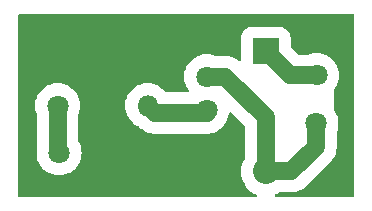
<source format=gbr>
%TF.GenerationSoftware,KiCad,Pcbnew,8.0.7*%
%TF.CreationDate,2024-12-28T19:58:12-05:00*%
%TF.ProjectId,vibration_motor_circuit,76696272-6174-4696-9f6e-5f6d6f746f72,rev?*%
%TF.SameCoordinates,Original*%
%TF.FileFunction,Copper,L1,Top*%
%TF.FilePolarity,Positive*%
%FSLAX46Y46*%
G04 Gerber Fmt 4.6, Leading zero omitted, Abs format (unit mm)*
G04 Created by KiCad (PCBNEW 8.0.7) date 2024-12-28 19:58:12*
%MOMM*%
%LPD*%
G01*
G04 APERTURE LIST*
%TA.AperFunction,ComponentPad*%
%ADD10C,1.800000*%
%TD*%
%TA.AperFunction,ComponentPad*%
%ADD11R,2.200000X2.200000*%
%TD*%
%TA.AperFunction,ComponentPad*%
%ADD12O,2.200000X2.200000*%
%TD*%
%TA.AperFunction,ComponentPad*%
%ADD13O,1.800000X1.800000*%
%TD*%
%TA.AperFunction,Conductor*%
%ADD14C,1.500000*%
%TD*%
G04 APERTURE END LIST*
D10*
%TO.P,J1,1,Pin_1*%
%TO.N,Net-(D1-A)*%
X135000000Y-83250000D03*
%TO.P,J1,2,Pin_2*%
%TO.N,+3V3*%
X135050000Y-79200000D03*
%TD*%
D11*
%TO.P,D1,1,K*%
%TO.N,+3V3*%
X130750000Y-77170000D03*
D12*
%TO.P,D1,2,A*%
%TO.N,Net-(D1-A)*%
X130750000Y-87330000D03*
%TD*%
D10*
%TO.P,R1,1*%
%TO.N,Net-(J2-Pin_1)*%
X113130000Y-81750000D03*
D13*
%TO.P,R1,2*%
%TO.N,Net-(Q1-B)*%
X120750000Y-81750000D03*
%TD*%
D10*
%TO.P,Q1,1,E*%
%TO.N,GND*%
X125750000Y-85300000D03*
%TO.P,Q1,2,B*%
%TO.N,Net-(Q1-B)*%
X125750000Y-82150000D03*
%TO.P,Q1,3,C*%
%TO.N,Net-(D1-A)*%
X125750000Y-79300000D03*
%TD*%
%TO.P,J2,1,Pin_1*%
%TO.N,Net-(J2-Pin_1)*%
X113250000Y-85750000D03*
%TO.P,J2,3,Pin_3*%
%TO.N,GND*%
X117250000Y-85750000D03*
%TD*%
D14*
%TO.N,Net-(J2-Pin_1)*%
X113130000Y-85630000D02*
X113250000Y-85750000D01*
X113130000Y-81750000D02*
X113130000Y-85630000D01*
%TO.N,Net-(Q1-B)*%
X121380000Y-82380000D02*
X120750000Y-81750000D01*
X125750000Y-82380000D02*
X121380000Y-82380000D01*
%TO.N,Net-(D1-A)*%
X130750000Y-87330000D02*
X132920000Y-87330000D01*
X132920000Y-87330000D02*
X135000000Y-85250000D01*
X125750000Y-79300000D02*
X127300000Y-79300000D01*
X130750000Y-82750000D02*
X130750000Y-87330000D01*
X127300000Y-79300000D02*
X130750000Y-82750000D01*
X135000000Y-85250000D02*
X135000000Y-83250000D01*
%TO.N,+3V3*%
X135050000Y-79200000D02*
X132780000Y-79200000D01*
X130580000Y-77000000D02*
X130750000Y-77170000D01*
X132780000Y-79200000D02*
X130750000Y-77170000D01*
%TD*%
%TA.AperFunction,Conductor*%
%TO.N,GND*%
G36*
X138192539Y-74020185D02*
G01*
X138238294Y-74072989D01*
X138249500Y-74124500D01*
X138249500Y-89375500D01*
X138229815Y-89442539D01*
X138177011Y-89488294D01*
X138125500Y-89499500D01*
X131624357Y-89499500D01*
X131557318Y-89479815D01*
X131511563Y-89427011D01*
X131501619Y-89357853D01*
X131530644Y-89294297D01*
X131574955Y-89261766D01*
X131718623Y-89199362D01*
X131884399Y-89098552D01*
X131948827Y-89080500D01*
X133034727Y-89080500D01*
X133034734Y-89080500D01*
X133235771Y-89054032D01*
X133235772Y-89054032D01*
X133262229Y-89050550D01*
X133262234Y-89050548D01*
X133262239Y-89050548D01*
X133483887Y-88991158D01*
X133655927Y-88919896D01*
X133695879Y-88903348D01*
X133695880Y-88903347D01*
X133695888Y-88903344D01*
X133755879Y-88868708D01*
X133755880Y-88868708D01*
X133894607Y-88788614D01*
X133894611Y-88788612D01*
X133985635Y-88718766D01*
X133985636Y-88718765D01*
X134076661Y-88648920D01*
X136318919Y-86406661D01*
X136358262Y-86355388D01*
X136458611Y-86224612D01*
X136573344Y-86025888D01*
X136661158Y-85813887D01*
X136709919Y-85631908D01*
X136720548Y-85592239D01*
X136720549Y-85592233D01*
X136724032Y-85565775D01*
X136724032Y-85565771D01*
X136750500Y-85364734D01*
X136750500Y-84017427D01*
X136758318Y-83974094D01*
X136782429Y-83909450D01*
X136828175Y-83786801D01*
X136885961Y-83521160D01*
X136905355Y-83250000D01*
X136885961Y-82978840D01*
X136828175Y-82713199D01*
X136733172Y-82458487D01*
X136733170Y-82458484D01*
X136733169Y-82458480D01*
X136602890Y-82219892D01*
X136602885Y-82219884D01*
X136524733Y-82115485D01*
X136500316Y-82050021D01*
X136500000Y-82041175D01*
X136500000Y-80475616D01*
X136519685Y-80408577D01*
X136524726Y-80401314D01*
X136652887Y-80230113D01*
X136783172Y-79991513D01*
X136878175Y-79736801D01*
X136935961Y-79471160D01*
X136955355Y-79200000D01*
X136935961Y-78928840D01*
X136878175Y-78663199D01*
X136783172Y-78408487D01*
X136783170Y-78408484D01*
X136783169Y-78408480D01*
X136652890Y-78169892D01*
X136652889Y-78169891D01*
X136652887Y-78169887D01*
X136489971Y-77952258D01*
X136489966Y-77952253D01*
X136489961Y-77952247D01*
X136297752Y-77760038D01*
X136297746Y-77760033D01*
X136297742Y-77760029D01*
X136080113Y-77597113D01*
X136080108Y-77597110D01*
X136080107Y-77597109D01*
X135841518Y-77466830D01*
X135841519Y-77466830D01*
X135774094Y-77441682D01*
X135586801Y-77371825D01*
X135586794Y-77371823D01*
X135586793Y-77371823D01*
X135321167Y-77314040D01*
X135321160Y-77314039D01*
X135050001Y-77294645D01*
X135049999Y-77294645D01*
X134778839Y-77314039D01*
X134778832Y-77314040D01*
X134513203Y-77371823D01*
X134325905Y-77441682D01*
X134282572Y-77449500D01*
X133556443Y-77449500D01*
X133489404Y-77429815D01*
X133468762Y-77413181D01*
X132886818Y-76831237D01*
X132853333Y-76769914D01*
X132850499Y-76743556D01*
X132850499Y-76011971D01*
X132850499Y-76011964D01*
X132839886Y-75892582D01*
X132783909Y-75696951D01*
X132689698Y-75516593D01*
X132637684Y-75452803D01*
X132561109Y-75358890D01*
X132403409Y-75230304D01*
X132403410Y-75230304D01*
X132403407Y-75230302D01*
X132223049Y-75136091D01*
X132223048Y-75136090D01*
X132223045Y-75136089D01*
X132105829Y-75102550D01*
X132027418Y-75080114D01*
X132027415Y-75080113D01*
X132027413Y-75080113D01*
X131961102Y-75074217D01*
X131908037Y-75069500D01*
X131908032Y-75069500D01*
X129591971Y-75069500D01*
X129591965Y-75069500D01*
X129591964Y-75069501D01*
X129580316Y-75070536D01*
X129472584Y-75080113D01*
X129276954Y-75136089D01*
X129186772Y-75183196D01*
X129096593Y-75230302D01*
X129096591Y-75230303D01*
X129096590Y-75230304D01*
X128938890Y-75358890D01*
X128810304Y-75516590D01*
X128716089Y-75696954D01*
X128660114Y-75892583D01*
X128660113Y-75892586D01*
X128649500Y-76011966D01*
X128649500Y-77877603D01*
X128629815Y-77944642D01*
X128577011Y-77990397D01*
X128507853Y-78000341D01*
X128450014Y-77975979D01*
X128326339Y-77881081D01*
X128326338Y-77881080D01*
X128274622Y-77841396D01*
X128274616Y-77841392D01*
X128274612Y-77841389D01*
X128263958Y-77835238D01*
X128075891Y-77726657D01*
X128075876Y-77726650D01*
X127863887Y-77638842D01*
X127818408Y-77626656D01*
X127818407Y-77626655D01*
X127679470Y-77589428D01*
X127642239Y-77579452D01*
X127642233Y-77579451D01*
X127642232Y-77579451D01*
X127632362Y-77578151D01*
X127615771Y-77575967D01*
X127615770Y-77575966D01*
X127414744Y-77549501D01*
X127414739Y-77549500D01*
X127414734Y-77549500D01*
X127414727Y-77549500D01*
X126517428Y-77549500D01*
X126474095Y-77541682D01*
X126286796Y-77471823D01*
X126021167Y-77414040D01*
X126021160Y-77414039D01*
X125750001Y-77394645D01*
X125749999Y-77394645D01*
X125478839Y-77414039D01*
X125478832Y-77414040D01*
X125213206Y-77471823D01*
X125213202Y-77471824D01*
X125213199Y-77471825D01*
X125085843Y-77519326D01*
X124958480Y-77566830D01*
X124719892Y-77697109D01*
X124719891Y-77697110D01*
X124502259Y-77860028D01*
X124502247Y-77860038D01*
X124310038Y-78052247D01*
X124310028Y-78052259D01*
X124147110Y-78269891D01*
X124147109Y-78269892D01*
X124016830Y-78508480D01*
X123969326Y-78635843D01*
X123921825Y-78763199D01*
X123921824Y-78763202D01*
X123921823Y-78763206D01*
X123864040Y-79028832D01*
X123864039Y-79028839D01*
X123844645Y-79299998D01*
X123844645Y-79300001D01*
X123864039Y-79571160D01*
X123864040Y-79571167D01*
X123921823Y-79836793D01*
X123921825Y-79836801D01*
X123979530Y-79991513D01*
X124016830Y-80091519D01*
X124147109Y-80330107D01*
X124147114Y-80330115D01*
X124222778Y-80431190D01*
X124247195Y-80496654D01*
X124232343Y-80564927D01*
X124182938Y-80614332D01*
X124123511Y-80629500D01*
X122347294Y-80629500D01*
X122280255Y-80609815D01*
X122248027Y-80579811D01*
X122224020Y-80547742D01*
X122189971Y-80502258D01*
X122189966Y-80502253D01*
X122189961Y-80502247D01*
X121997752Y-80310038D01*
X121997746Y-80310033D01*
X121997742Y-80310029D01*
X121780113Y-80147113D01*
X121780108Y-80147110D01*
X121780107Y-80147109D01*
X121541518Y-80016830D01*
X121541519Y-80016830D01*
X121473641Y-79991513D01*
X121286801Y-79921825D01*
X121286794Y-79921823D01*
X121286793Y-79921823D01*
X121021167Y-79864040D01*
X121021160Y-79864039D01*
X120750001Y-79844645D01*
X120749999Y-79844645D01*
X120478839Y-79864039D01*
X120478832Y-79864040D01*
X120213206Y-79921823D01*
X120213202Y-79921824D01*
X120213199Y-79921825D01*
X120085843Y-79969326D01*
X119958480Y-80016830D01*
X119719892Y-80147109D01*
X119719891Y-80147110D01*
X119502259Y-80310028D01*
X119502247Y-80310038D01*
X119310038Y-80502247D01*
X119310028Y-80502259D01*
X119147110Y-80719891D01*
X119147109Y-80719892D01*
X119016830Y-80958480D01*
X118969326Y-81085843D01*
X118921825Y-81213199D01*
X118921824Y-81213202D01*
X118921823Y-81213206D01*
X118864040Y-81478832D01*
X118864039Y-81478839D01*
X118844645Y-81749998D01*
X118844645Y-81750001D01*
X118864039Y-82021160D01*
X118864040Y-82021167D01*
X118887599Y-82129467D01*
X118921825Y-82286801D01*
X118971941Y-82421167D01*
X119016830Y-82541519D01*
X119147109Y-82780107D01*
X119147110Y-82780108D01*
X119147113Y-82780113D01*
X119310029Y-82997742D01*
X119310033Y-82997746D01*
X119310038Y-82997752D01*
X119502247Y-83189961D01*
X119502253Y-83189966D01*
X119502258Y-83189971D01*
X119719887Y-83352887D01*
X119719891Y-83352889D01*
X119719892Y-83352890D01*
X119958481Y-83483169D01*
X119958484Y-83483171D01*
X119958487Y-83483172D01*
X120011527Y-83502954D01*
X120055874Y-83531455D01*
X120223331Y-83698913D01*
X120223336Y-83698917D01*
X120223339Y-83698920D01*
X120293670Y-83752886D01*
X120293671Y-83752888D01*
X120405386Y-83838610D01*
X120405388Y-83838611D01*
X120528089Y-83909452D01*
X120604113Y-83953345D01*
X120728300Y-84004784D01*
X120816113Y-84041158D01*
X120854781Y-84051519D01*
X121037761Y-84100549D01*
X121241553Y-84127377D01*
X121241555Y-84127378D01*
X121241556Y-84127378D01*
X121248151Y-84128246D01*
X121265266Y-84130500D01*
X121265267Y-84130500D01*
X121265270Y-84130500D01*
X125864727Y-84130500D01*
X125864734Y-84130500D01*
X126092238Y-84100548D01*
X126313887Y-84041158D01*
X126525888Y-83953344D01*
X126724612Y-83838611D01*
X126906661Y-83698919D01*
X126906667Y-83698913D01*
X126906670Y-83698911D01*
X127068914Y-83536666D01*
X127068918Y-83536662D01*
X127068919Y-83536661D01*
X127122900Y-83466310D01*
X127133580Y-83454131D01*
X127189971Y-83397742D01*
X127352887Y-83180113D01*
X127462791Y-82978839D01*
X127483169Y-82941519D01*
X127483169Y-82941517D01*
X127483172Y-82941513D01*
X127578175Y-82686801D01*
X127635961Y-82421160D01*
X127637257Y-82403037D01*
X127661674Y-82337574D01*
X127717607Y-82295702D01*
X127787299Y-82290718D01*
X127848622Y-82324203D01*
X128963181Y-83438762D01*
X128996666Y-83500085D01*
X128999500Y-83526443D01*
X128999500Y-86128138D01*
X128979815Y-86195177D01*
X128976805Y-86199645D01*
X128951101Y-86236059D01*
X128818894Y-86491206D01*
X128722667Y-86761962D01*
X128722666Y-86761965D01*
X128664201Y-87043319D01*
X128644592Y-87330000D01*
X128664201Y-87616680D01*
X128664201Y-87616684D01*
X128664202Y-87616686D01*
X128685984Y-87721509D01*
X128722666Y-87898034D01*
X128722667Y-87898037D01*
X128818894Y-88168793D01*
X128818893Y-88168793D01*
X128951098Y-88423935D01*
X129116812Y-88658700D01*
X129238141Y-88788611D01*
X129312947Y-88868708D01*
X129535853Y-89050055D01*
X129781375Y-89199361D01*
X129781377Y-89199362D01*
X129781379Y-89199363D01*
X129925045Y-89261766D01*
X129978692Y-89306529D01*
X129999621Y-89373190D01*
X129981189Y-89440585D01*
X129929246Y-89487315D01*
X129875643Y-89499500D01*
X109874500Y-89499500D01*
X109807461Y-89479815D01*
X109761706Y-89427011D01*
X109750500Y-89375500D01*
X109750500Y-81749998D01*
X111224645Y-81749998D01*
X111224645Y-81750001D01*
X111244039Y-82021160D01*
X111244040Y-82021167D01*
X111301823Y-82286796D01*
X111371682Y-82474094D01*
X111379500Y-82517427D01*
X111379500Y-85394435D01*
X111376666Y-85420793D01*
X111364040Y-85478832D01*
X111364039Y-85478839D01*
X111344645Y-85749998D01*
X111344645Y-85750001D01*
X111364039Y-86021160D01*
X111364040Y-86021167D01*
X111408297Y-86224614D01*
X111421825Y-86286801D01*
X111498063Y-86491203D01*
X111516830Y-86541519D01*
X111647109Y-86780107D01*
X111647110Y-86780108D01*
X111647113Y-86780113D01*
X111810029Y-86997742D01*
X111810033Y-86997746D01*
X111810038Y-86997752D01*
X112002247Y-87189961D01*
X112002253Y-87189966D01*
X112002258Y-87189971D01*
X112219887Y-87352887D01*
X112219891Y-87352889D01*
X112219892Y-87352890D01*
X112458481Y-87483169D01*
X112458480Y-87483169D01*
X112458484Y-87483170D01*
X112458487Y-87483172D01*
X112713199Y-87578175D01*
X112978840Y-87635961D01*
X113230605Y-87653967D01*
X113249999Y-87655355D01*
X113250000Y-87655355D01*
X113250001Y-87655355D01*
X113268100Y-87654060D01*
X113521160Y-87635961D01*
X113786801Y-87578175D01*
X114041513Y-87483172D01*
X114041517Y-87483169D01*
X114041519Y-87483169D01*
X114160813Y-87418029D01*
X114280113Y-87352887D01*
X114497742Y-87189971D01*
X114689971Y-86997742D01*
X114852887Y-86780113D01*
X114983172Y-86541513D01*
X115078175Y-86286801D01*
X115135961Y-86021160D01*
X115155355Y-85750000D01*
X115135961Y-85478840D01*
X115078175Y-85213199D01*
X114983172Y-84958487D01*
X114983170Y-84958484D01*
X114983169Y-84958480D01*
X114895668Y-84798234D01*
X114880500Y-84738807D01*
X114880500Y-82517427D01*
X114888318Y-82474094D01*
X114939237Y-82337574D01*
X114958175Y-82286801D01*
X115015961Y-82021160D01*
X115035355Y-81750000D01*
X115015961Y-81478840D01*
X114958175Y-81213199D01*
X114863172Y-80958487D01*
X114863170Y-80958484D01*
X114863169Y-80958480D01*
X114732890Y-80719892D01*
X114732889Y-80719891D01*
X114732887Y-80719887D01*
X114569971Y-80502258D01*
X114569966Y-80502253D01*
X114569961Y-80502247D01*
X114377752Y-80310038D01*
X114377746Y-80310033D01*
X114377742Y-80310029D01*
X114160113Y-80147113D01*
X114160108Y-80147110D01*
X114160107Y-80147109D01*
X113921518Y-80016830D01*
X113921519Y-80016830D01*
X113853641Y-79991513D01*
X113666801Y-79921825D01*
X113666794Y-79921823D01*
X113666793Y-79921823D01*
X113401167Y-79864040D01*
X113401160Y-79864039D01*
X113130001Y-79844645D01*
X113129999Y-79844645D01*
X112858839Y-79864039D01*
X112858832Y-79864040D01*
X112593206Y-79921823D01*
X112593202Y-79921824D01*
X112593199Y-79921825D01*
X112465843Y-79969326D01*
X112338480Y-80016830D01*
X112099892Y-80147109D01*
X112099891Y-80147110D01*
X111882259Y-80310028D01*
X111882247Y-80310038D01*
X111690038Y-80502247D01*
X111690028Y-80502259D01*
X111527110Y-80719891D01*
X111527109Y-80719892D01*
X111396830Y-80958480D01*
X111349326Y-81085843D01*
X111301825Y-81213199D01*
X111301824Y-81213202D01*
X111301823Y-81213206D01*
X111244040Y-81478832D01*
X111244039Y-81478839D01*
X111224645Y-81749998D01*
X109750500Y-81749998D01*
X109750500Y-74124500D01*
X109770185Y-74057461D01*
X109822989Y-74011706D01*
X109874500Y-74000500D01*
X137434108Y-74000500D01*
X138125500Y-74000500D01*
X138192539Y-74020185D01*
G37*
%TD.AperFunction*%
%TD*%
M02*

</source>
